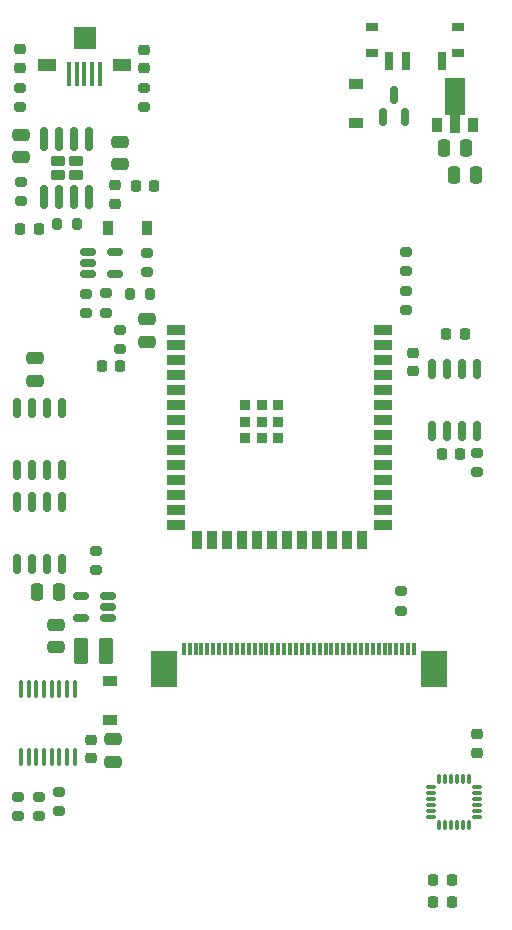
<source format=gbr>
%TF.GenerationSoftware,KiCad,Pcbnew,6.0.5+dfsg-1*%
%TF.CreationDate,2022-06-12T19:51:07+08:00*%
%TF.ProjectId,pbf-mainpcb,7062662d-6d61-4696-9e70-63622e6b6963,rev?*%
%TF.SameCoordinates,Original*%
%TF.FileFunction,Paste,Top*%
%TF.FilePolarity,Positive*%
%FSLAX46Y46*%
G04 Gerber Fmt 4.6, Leading zero omitted, Abs format (unit mm)*
G04 Created by KiCad (PCBNEW 6.0.5+dfsg-1) date 2022-06-12 19:51:07*
%MOMM*%
%LPD*%
G01*
G04 APERTURE LIST*
G04 Aperture macros list*
%AMRoundRect*
0 Rectangle with rounded corners*
0 $1 Rounding radius*
0 $2 $3 $4 $5 $6 $7 $8 $9 X,Y pos of 4 corners*
0 Add a 4 corners polygon primitive as box body*
4,1,4,$2,$3,$4,$5,$6,$7,$8,$9,$2,$3,0*
0 Add four circle primitives for the rounded corners*
1,1,$1+$1,$2,$3*
1,1,$1+$1,$4,$5*
1,1,$1+$1,$6,$7*
1,1,$1+$1,$8,$9*
0 Add four rect primitives between the rounded corners*
20,1,$1+$1,$2,$3,$4,$5,0*
20,1,$1+$1,$4,$5,$6,$7,0*
20,1,$1+$1,$6,$7,$8,$9,0*
20,1,$1+$1,$8,$9,$2,$3,0*%
%AMFreePoly0*
4,1,9,3.862500,-0.866500,0.737500,-0.866500,0.737500,-0.450000,-0.737500,-0.450000,-0.737500,0.450000,0.737500,0.450000,0.737500,0.866500,3.862500,0.866500,3.862500,-0.866500,3.862500,-0.866500,$1*%
G04 Aperture macros list end*
%ADD10RoundRect,0.200000X0.275000X-0.200000X0.275000X0.200000X-0.275000X0.200000X-0.275000X-0.200000X0*%
%ADD11RoundRect,0.200000X-0.275000X0.200000X-0.275000X-0.200000X0.275000X-0.200000X0.275000X0.200000X0*%
%ADD12RoundRect,0.200000X-0.200000X-0.275000X0.200000X-0.275000X0.200000X0.275000X-0.200000X0.275000X0*%
%ADD13RoundRect,0.218750X0.256250X-0.218750X0.256250X0.218750X-0.256250X0.218750X-0.256250X-0.218750X0*%
%ADD14RoundRect,0.150000X0.150000X-0.587500X0.150000X0.587500X-0.150000X0.587500X-0.150000X-0.587500X0*%
%ADD15RoundRect,0.150000X-0.150000X0.675000X-0.150000X-0.675000X0.150000X-0.675000X0.150000X0.675000X0*%
%ADD16RoundRect,0.250000X-0.250000X-0.475000X0.250000X-0.475000X0.250000X0.475000X-0.250000X0.475000X0*%
%ADD17RoundRect,0.225000X0.225000X0.250000X-0.225000X0.250000X-0.225000X-0.250000X0.225000X-0.250000X0*%
%ADD18RoundRect,0.250000X-0.475000X0.250000X-0.475000X-0.250000X0.475000X-0.250000X0.475000X0.250000X0*%
%ADD19RoundRect,0.225000X0.250000X-0.225000X0.250000X0.225000X-0.250000X0.225000X-0.250000X-0.225000X0*%
%ADD20R,1.000000X0.800000*%
%ADD21R,0.700000X1.500000*%
%ADD22RoundRect,0.250000X0.250000X0.475000X-0.250000X0.475000X-0.250000X-0.475000X0.250000X-0.475000X0*%
%ADD23RoundRect,0.150000X-0.512500X-0.150000X0.512500X-0.150000X0.512500X0.150000X-0.512500X0.150000X0*%
%ADD24RoundRect,0.250000X0.475000X-0.250000X0.475000X0.250000X-0.475000X0.250000X-0.475000X-0.250000X0*%
%ADD25R,0.900000X1.200000*%
%ADD26RoundRect,0.150000X0.512500X0.150000X-0.512500X0.150000X-0.512500X-0.150000X0.512500X-0.150000X0*%
%ADD27RoundRect,0.225000X-0.225000X-0.250000X0.225000X-0.250000X0.225000X0.250000X-0.225000X0.250000X0*%
%ADD28R,1.500000X0.900000*%
%ADD29R,0.900000X1.500000*%
%ADD30R,0.900000X0.900000*%
%ADD31R,0.400000X2.100000*%
%ADD32R,1.900000X1.900000*%
%ADD33R,1.500000X1.000000*%
%ADD34RoundRect,0.225000X-0.250000X0.225000X-0.250000X-0.225000X0.250000X-0.225000X0.250000X0.225000X0*%
%ADD35R,1.200000X0.900000*%
%ADD36R,0.900000X1.300000*%
%ADD37FreePoly0,90.000000*%
%ADD38R,0.300000X1.100000*%
%ADD39R,2.300000X3.100000*%
%ADD40RoundRect,0.150000X0.150000X-0.675000X0.150000X0.675000X-0.150000X0.675000X-0.150000X-0.675000X0*%
%ADD41RoundRect,0.075000X-0.350000X-0.075000X0.350000X-0.075000X0.350000X0.075000X-0.350000X0.075000X0*%
%ADD42RoundRect,0.075000X0.075000X-0.350000X0.075000X0.350000X-0.075000X0.350000X-0.075000X-0.350000X0*%
%ADD43RoundRect,0.250000X-0.375000X-0.850000X0.375000X-0.850000X0.375000X0.850000X-0.375000X0.850000X0*%
%ADD44RoundRect,0.230000X0.375000X-0.230000X0.375000X0.230000X-0.375000X0.230000X-0.375000X-0.230000X0*%
%ADD45RoundRect,0.150000X0.150000X-0.825000X0.150000X0.825000X-0.150000X0.825000X-0.150000X-0.825000X0*%
%ADD46RoundRect,0.100000X-0.100000X0.637500X-0.100000X-0.637500X0.100000X-0.637500X0.100000X0.637500X0*%
G04 APERTURE END LIST*
D10*
%TO.C,R6*%
X157650000Y-63275000D03*
X157650000Y-61625000D03*
%TD*%
%TO.C,R2*%
X190750000Y-76725000D03*
X190750000Y-75075000D03*
%TD*%
D11*
%TO.C,R7*%
X159350000Y-61575000D03*
X159350000Y-63225000D03*
%TD*%
%TO.C,R3*%
X162500000Y-44175000D03*
X162500000Y-45825000D03*
%TD*%
D12*
%TO.C,R5*%
X155175000Y-55725000D03*
X156825000Y-55725000D03*
%TD*%
D13*
%TO.C,D2*%
X152000000Y-42500000D03*
X152000000Y-40925000D03*
%TD*%
D10*
%TO.C,R17*%
X153650000Y-105875000D03*
X153650000Y-104225000D03*
%TD*%
D14*
%TO.C,Q1*%
X182750000Y-46637500D03*
X184650000Y-46637500D03*
X183700000Y-44762500D03*
%TD*%
D11*
%TO.C,R4*%
X152000000Y-44175000D03*
X152000000Y-45825000D03*
%TD*%
D15*
%TO.C,U7*%
X155605000Y-71275000D03*
X154335000Y-71275000D03*
X153065000Y-71275000D03*
X151795000Y-71275000D03*
X151795000Y-76525000D03*
X153065000Y-76525000D03*
X154335000Y-76525000D03*
X155605000Y-76525000D03*
%TD*%
D10*
%TO.C,R1*%
X152100000Y-53800000D03*
X152100000Y-52150000D03*
%TD*%
D12*
%TO.C,R9*%
X161375000Y-61650000D03*
X163025000Y-61650000D03*
%TD*%
D16*
%TO.C,C15*%
X153450000Y-86900000D03*
X155350000Y-86900000D03*
%TD*%
D17*
%TO.C,C12*%
X163375000Y-52525000D03*
X161825000Y-52525000D03*
%TD*%
D18*
%TO.C,C1*%
X152100000Y-48175000D03*
X152100000Y-50075000D03*
%TD*%
D11*
%TO.C,R13*%
X184325000Y-86800000D03*
X184325000Y-88450000D03*
%TD*%
D19*
%TO.C,C21*%
X158050000Y-100975000D03*
X158050000Y-99425000D03*
%TD*%
D20*
%TO.C,SW1*%
X189150000Y-39045000D03*
X181850000Y-41255000D03*
X189150000Y-41255000D03*
X181850000Y-39045000D03*
D21*
X187750000Y-41905000D03*
X184750000Y-41905000D03*
X183250000Y-41905000D03*
%TD*%
D22*
%TO.C,C5*%
X190650000Y-51550000D03*
X188750000Y-51550000D03*
%TD*%
D11*
%TO.C,R15*%
X184700000Y-61375000D03*
X184700000Y-63025000D03*
%TD*%
D23*
%TO.C,U6*%
X157762500Y-58100000D03*
X157762500Y-59050000D03*
X157762500Y-60000000D03*
X160037500Y-60000000D03*
X160037500Y-58100000D03*
%TD*%
D24*
%TO.C,C17*%
X155050000Y-91550000D03*
X155050000Y-89650000D03*
%TD*%
D17*
%TO.C,C9*%
X188575000Y-111250000D03*
X187025000Y-111250000D03*
%TD*%
D15*
%TO.C,U8*%
X155605000Y-79275000D03*
X154335000Y-79275000D03*
X153065000Y-79275000D03*
X151795000Y-79275000D03*
X151795000Y-84525000D03*
X153065000Y-84525000D03*
X154335000Y-84525000D03*
X155605000Y-84525000D03*
%TD*%
D17*
%TO.C,C6*%
X189275000Y-75200000D03*
X187725000Y-75200000D03*
%TD*%
D25*
%TO.C,D4*%
X162750000Y-56075000D03*
X159450000Y-56075000D03*
%TD*%
D18*
%TO.C,C19*%
X159900000Y-99350000D03*
X159900000Y-101250000D03*
%TD*%
D26*
%TO.C,U10*%
X159487500Y-89100000D03*
X159487500Y-88150000D03*
X159487500Y-87200000D03*
X157212500Y-87200000D03*
X157212500Y-89100000D03*
%TD*%
D27*
%TO.C,C10*%
X152075000Y-56175000D03*
X153625000Y-56175000D03*
%TD*%
%TO.C,C7*%
X187025000Y-113150000D03*
X188575000Y-113150000D03*
%TD*%
D28*
%TO.C,U9*%
X165250000Y-64740000D03*
X165250000Y-66010000D03*
X165250000Y-67280000D03*
X165250000Y-68550000D03*
X165250000Y-69820000D03*
X165250000Y-71090000D03*
X165250000Y-72360000D03*
X165250000Y-73630000D03*
X165250000Y-74900000D03*
X165250000Y-76170000D03*
X165250000Y-77440000D03*
X165250000Y-78710000D03*
X165250000Y-79980000D03*
X165250000Y-81250000D03*
D29*
X167015000Y-82500000D03*
X168285000Y-82500000D03*
X169555000Y-82500000D03*
X170825000Y-82500000D03*
X172095000Y-82500000D03*
X173365000Y-82500000D03*
X174635000Y-82500000D03*
X175905000Y-82500000D03*
X177175000Y-82500000D03*
X178445000Y-82500000D03*
X179715000Y-82500000D03*
X180985000Y-82500000D03*
D28*
X182750000Y-81250000D03*
X182750000Y-79980000D03*
X182750000Y-78710000D03*
X182750000Y-77440000D03*
X182750000Y-76170000D03*
X182750000Y-74900000D03*
X182750000Y-73630000D03*
X182750000Y-72360000D03*
X182750000Y-71090000D03*
X182750000Y-69820000D03*
X182750000Y-68550000D03*
X182750000Y-67280000D03*
X182750000Y-66010000D03*
X182750000Y-64740000D03*
D30*
X172500000Y-73860000D03*
X172500000Y-72460000D03*
X171100000Y-72460000D03*
X173900000Y-72460000D03*
X171100000Y-73860000D03*
X172500000Y-71060000D03*
X171100000Y-71060000D03*
X173900000Y-73860000D03*
X173900000Y-71060000D03*
%TD*%
D31*
%TO.C,J1*%
X158775000Y-43050000D03*
X158125000Y-43050000D03*
X157475000Y-43050000D03*
X156825000Y-43050000D03*
X156175000Y-43050000D03*
D32*
X157500000Y-40000000D03*
D33*
X160700000Y-42250000D03*
X154300000Y-42240000D03*
%TD*%
D19*
%TO.C,C11*%
X190750000Y-100475000D03*
X190750000Y-98925000D03*
%TD*%
D34*
%TO.C,C3*%
X185300000Y-66625000D03*
X185300000Y-68175000D03*
%TD*%
D17*
%TO.C,C4*%
X189674520Y-65035951D03*
X188124520Y-65035951D03*
%TD*%
D35*
%TO.C,D3*%
X180500000Y-43850000D03*
X180500000Y-47150000D03*
%TD*%
D36*
%TO.C,U2*%
X187350000Y-47350000D03*
D37*
X188850000Y-47262500D03*
D36*
X190350000Y-47350000D03*
%TD*%
D10*
%TO.C,R14*%
X184700000Y-59725000D03*
X184700000Y-58075000D03*
%TD*%
D13*
%TO.C,D1*%
X162500000Y-42537500D03*
X162500000Y-40962500D03*
%TD*%
D11*
%TO.C,R11*%
X158450000Y-83375000D03*
X158450000Y-85025000D03*
%TD*%
D24*
%TO.C,C14*%
X153300000Y-69000000D03*
X153300000Y-67100000D03*
%TD*%
D38*
%TO.C,U12*%
X185400000Y-91675000D03*
X184900000Y-91675000D03*
X184400000Y-91675000D03*
X183900000Y-91675000D03*
X183400000Y-91675000D03*
X182900000Y-91675000D03*
X182400000Y-91675000D03*
X181900000Y-91675000D03*
X181400000Y-91675000D03*
X180900000Y-91675000D03*
X180400000Y-91675000D03*
X179900000Y-91675000D03*
X179400000Y-91675000D03*
X178900000Y-91675000D03*
X178400000Y-91675000D03*
X177900000Y-91675000D03*
X177400000Y-91675000D03*
X176900000Y-91675000D03*
X176400000Y-91675000D03*
X175900000Y-91675000D03*
X175400000Y-91675000D03*
X174900000Y-91675000D03*
X174400000Y-91675000D03*
X173900000Y-91675000D03*
X173400000Y-91675000D03*
X172900000Y-91675000D03*
X172400000Y-91675000D03*
X171900000Y-91675000D03*
X171400000Y-91675000D03*
X170900000Y-91675000D03*
X170400000Y-91675000D03*
X169900000Y-91675000D03*
X169400000Y-91675000D03*
X168900000Y-91675000D03*
X168400000Y-91675000D03*
X167900000Y-91675000D03*
X167400000Y-91675000D03*
X166900000Y-91675000D03*
X166400000Y-91675000D03*
X165900000Y-91675000D03*
D39*
X164230000Y-93375000D03*
X187070000Y-93375000D03*
%TD*%
D10*
%TO.C,R10*%
X160500000Y-66325000D03*
X160500000Y-64675000D03*
%TD*%
D40*
%TO.C,U3*%
X186895000Y-73225000D03*
X188165000Y-73225000D03*
X189435000Y-73225000D03*
X190705000Y-73225000D03*
X190705000Y-67975000D03*
X189435000Y-67975000D03*
X188165000Y-67975000D03*
X186895000Y-67975000D03*
%TD*%
D10*
%TO.C,R16*%
X155350000Y-105425000D03*
X155350000Y-103775000D03*
%TD*%
D35*
%TO.C,D6*%
X159650000Y-97700000D03*
X159650000Y-94400000D03*
%TD*%
D24*
%TO.C,C16*%
X162750000Y-65700000D03*
X162750000Y-63800000D03*
%TD*%
D17*
%TO.C,C13*%
X160525000Y-67750000D03*
X158975000Y-67750000D03*
%TD*%
D11*
%TO.C,R8*%
X162800000Y-58175000D03*
X162800000Y-59825000D03*
%TD*%
D18*
%TO.C,C8*%
X160500000Y-48775000D03*
X160500000Y-50675000D03*
%TD*%
D41*
%TO.C,U5*%
X186850000Y-103400000D03*
X186850000Y-103900000D03*
X186850000Y-104400000D03*
X186850000Y-104900000D03*
X186850000Y-105400000D03*
X186850000Y-105900000D03*
D42*
X187550000Y-106600000D03*
X188050000Y-106600000D03*
X188550000Y-106600000D03*
X189050000Y-106600000D03*
X189550000Y-106600000D03*
X190050000Y-106600000D03*
D41*
X190750000Y-105900000D03*
X190750000Y-105400000D03*
X190750000Y-104900000D03*
X190750000Y-104400000D03*
X190750000Y-103900000D03*
X190750000Y-103400000D03*
D42*
X190050000Y-102700000D03*
X189550000Y-102700000D03*
X189050000Y-102700000D03*
X188550000Y-102700000D03*
X188050000Y-102700000D03*
X187550000Y-102700000D03*
%TD*%
D43*
%TO.C,L1*%
X157200000Y-91900000D03*
X159350000Y-91900000D03*
%TD*%
D10*
%TO.C,R12*%
X151900000Y-104225000D03*
X151900000Y-105875000D03*
%TD*%
D44*
%TO.C,U4*%
X155250000Y-50405000D03*
X156750000Y-51545000D03*
X156750000Y-50405000D03*
X155250000Y-51545000D03*
D45*
X154095000Y-53450000D03*
X155365000Y-53450000D03*
X156635000Y-53450000D03*
X157905000Y-53450000D03*
X157905000Y-48500000D03*
X156635000Y-48500000D03*
X155365000Y-48500000D03*
X154095000Y-48500000D03*
%TD*%
D22*
%TO.C,C2*%
X189800000Y-49300000D03*
X187900000Y-49300000D03*
%TD*%
D46*
%TO.C,U1*%
X156675000Y-95087500D03*
X156025000Y-95087500D03*
X155375000Y-95087500D03*
X154725000Y-95087500D03*
X154075000Y-95087500D03*
X153425000Y-95087500D03*
X152775000Y-95087500D03*
X152125000Y-95087500D03*
X152125000Y-100812500D03*
X152775000Y-100812500D03*
X153425000Y-100812500D03*
X154075000Y-100812500D03*
X154725000Y-100812500D03*
X155375000Y-100812500D03*
X156025000Y-100812500D03*
X156675000Y-100812500D03*
%TD*%
D19*
%TO.C,C22*%
X160100000Y-54000000D03*
X160100000Y-52450000D03*
%TD*%
M02*

</source>
